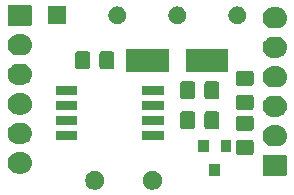
<source format=gbr>
G04 #@! TF.GenerationSoftware,KiCad,Pcbnew,(5.0.2-5)-5*
G04 #@! TF.CreationDate,2019-06-28T16:40:31+03:00*
G04 #@! TF.ProjectId,bike_motor_shim,62696b65-5f6d-46f7-946f-725f7368696d,rev?*
G04 #@! TF.SameCoordinates,Original*
G04 #@! TF.FileFunction,Soldermask,Top*
G04 #@! TF.FilePolarity,Negative*
%FSLAX46Y46*%
G04 Gerber Fmt 4.6, Leading zero omitted, Abs format (unit mm)*
G04 Created by KiCad (PCBNEW (5.0.2-5)-5) date 2019 June 28, Friday 16:40:31*
%MOMM*%
%LPD*%
G01*
G04 APERTURE LIST*
%ADD10C,0.100000*%
G04 APERTURE END LIST*
D10*
G36*
X151163643Y-125594781D02*
X151309415Y-125655162D01*
X151440611Y-125742824D01*
X151552176Y-125854389D01*
X151639838Y-125985585D01*
X151700219Y-126131357D01*
X151731000Y-126286107D01*
X151731000Y-126443893D01*
X151700219Y-126598643D01*
X151639838Y-126744415D01*
X151552176Y-126875611D01*
X151440611Y-126987176D01*
X151309415Y-127074838D01*
X151163643Y-127135219D01*
X151008893Y-127166000D01*
X150851107Y-127166000D01*
X150696357Y-127135219D01*
X150550585Y-127074838D01*
X150419389Y-126987176D01*
X150307824Y-126875611D01*
X150220162Y-126744415D01*
X150159781Y-126598643D01*
X150129000Y-126443893D01*
X150129000Y-126286107D01*
X150159781Y-126131357D01*
X150220162Y-125985585D01*
X150307824Y-125854389D01*
X150419389Y-125742824D01*
X150550585Y-125655162D01*
X150696357Y-125594781D01*
X150851107Y-125564000D01*
X151008893Y-125564000D01*
X151163643Y-125594781D01*
X151163643Y-125594781D01*
G37*
G36*
X146283643Y-125594781D02*
X146429415Y-125655162D01*
X146560611Y-125742824D01*
X146672176Y-125854389D01*
X146759838Y-125985585D01*
X146820219Y-126131357D01*
X146851000Y-126286107D01*
X146851000Y-126443893D01*
X146820219Y-126598643D01*
X146759838Y-126744415D01*
X146672176Y-126875611D01*
X146560611Y-126987176D01*
X146429415Y-127074838D01*
X146283643Y-127135219D01*
X146128893Y-127166000D01*
X145971107Y-127166000D01*
X145816357Y-127135219D01*
X145670585Y-127074838D01*
X145539389Y-126987176D01*
X145427824Y-126875611D01*
X145340162Y-126744415D01*
X145279781Y-126598643D01*
X145249000Y-126443893D01*
X145249000Y-126286107D01*
X145279781Y-126131357D01*
X145340162Y-125985585D01*
X145427824Y-125854389D01*
X145539389Y-125742824D01*
X145670585Y-125655162D01*
X145816357Y-125594781D01*
X145971107Y-125564000D01*
X146128893Y-125564000D01*
X146283643Y-125594781D01*
X146283643Y-125594781D01*
G37*
G36*
X162173600Y-124197989D02*
X162206649Y-124208014D01*
X162237106Y-124224294D01*
X162263799Y-124246201D01*
X162285706Y-124272894D01*
X162301986Y-124303351D01*
X162312011Y-124336400D01*
X162316000Y-124376904D01*
X162316000Y-125813096D01*
X162312011Y-125853600D01*
X162301986Y-125886649D01*
X162285706Y-125917106D01*
X162263799Y-125943799D01*
X162237106Y-125965706D01*
X162206649Y-125981986D01*
X162173600Y-125992011D01*
X162133096Y-125996000D01*
X160446904Y-125996000D01*
X160406400Y-125992011D01*
X160373351Y-125981986D01*
X160342894Y-125965706D01*
X160316201Y-125943799D01*
X160294294Y-125917106D01*
X160278014Y-125886649D01*
X160267989Y-125853600D01*
X160264000Y-125813096D01*
X160264000Y-124376904D01*
X160267989Y-124336400D01*
X160278014Y-124303351D01*
X160294294Y-124272894D01*
X160316201Y-124246201D01*
X160342894Y-124224294D01*
X160373351Y-124208014D01*
X160406400Y-124197989D01*
X160446904Y-124194000D01*
X162133096Y-124194000D01*
X162173600Y-124197989D01*
X162173600Y-124197989D01*
G37*
G36*
X156661000Y-125961000D02*
X155759000Y-125961000D01*
X155759000Y-124959000D01*
X156661000Y-124959000D01*
X156661000Y-125961000D01*
X156661000Y-125961000D01*
G37*
G36*
X139935443Y-124000519D02*
X140001627Y-124007037D01*
X140103642Y-124037983D01*
X140171467Y-124058557D01*
X140279126Y-124116103D01*
X140327991Y-124142222D01*
X140333262Y-124146548D01*
X140465186Y-124254814D01*
X140532141Y-124336400D01*
X140577778Y-124392009D01*
X140577779Y-124392011D01*
X140661443Y-124548533D01*
X140661443Y-124548534D01*
X140712963Y-124718373D01*
X140730359Y-124895000D01*
X140712963Y-125071627D01*
X140678616Y-125184853D01*
X140661443Y-125241467D01*
X140587348Y-125380087D01*
X140577778Y-125397991D01*
X140548448Y-125433729D01*
X140465186Y-125535186D01*
X140363729Y-125618448D01*
X140327991Y-125647778D01*
X140327989Y-125647779D01*
X140171467Y-125731443D01*
X140133948Y-125742824D01*
X140001627Y-125782963D01*
X139935442Y-125789482D01*
X139869260Y-125796000D01*
X139530740Y-125796000D01*
X139464558Y-125789482D01*
X139398373Y-125782963D01*
X139266052Y-125742824D01*
X139228533Y-125731443D01*
X139072011Y-125647779D01*
X139072009Y-125647778D01*
X139036271Y-125618448D01*
X138934814Y-125535186D01*
X138851552Y-125433729D01*
X138822222Y-125397991D01*
X138812652Y-125380087D01*
X138738557Y-125241467D01*
X138721384Y-125184853D01*
X138687037Y-125071627D01*
X138669641Y-124895000D01*
X138687037Y-124718373D01*
X138738557Y-124548534D01*
X138738557Y-124548533D01*
X138822221Y-124392011D01*
X138822222Y-124392009D01*
X138867859Y-124336400D01*
X138934814Y-124254814D01*
X139066738Y-124146548D01*
X139072009Y-124142222D01*
X139120874Y-124116103D01*
X139228533Y-124058557D01*
X139296358Y-124037983D01*
X139398373Y-124007037D01*
X139464557Y-124000519D01*
X139530740Y-123994000D01*
X139869260Y-123994000D01*
X139935443Y-124000519D01*
X139935443Y-124000519D01*
G37*
G36*
X159338677Y-122958465D02*
X159376364Y-122969898D01*
X159411103Y-122988466D01*
X159441548Y-123013452D01*
X159466534Y-123043897D01*
X159485102Y-123078636D01*
X159496535Y-123116323D01*
X159501000Y-123161661D01*
X159501000Y-123998339D01*
X159496535Y-124043677D01*
X159485102Y-124081364D01*
X159466534Y-124116103D01*
X159441548Y-124146548D01*
X159411103Y-124171534D01*
X159376364Y-124190102D01*
X159338677Y-124201535D01*
X159293339Y-124206000D01*
X158206661Y-124206000D01*
X158161323Y-124201535D01*
X158123636Y-124190102D01*
X158088897Y-124171534D01*
X158058452Y-124146548D01*
X158033466Y-124116103D01*
X158014898Y-124081364D01*
X158003465Y-124043677D01*
X157999000Y-123998339D01*
X157999000Y-123161661D01*
X158003465Y-123116323D01*
X158014898Y-123078636D01*
X158033466Y-123043897D01*
X158058452Y-123013452D01*
X158088897Y-122988466D01*
X158123636Y-122969898D01*
X158161323Y-122958465D01*
X158206661Y-122954000D01*
X159293339Y-122954000D01*
X159338677Y-122958465D01*
X159338677Y-122958465D01*
G37*
G36*
X157611000Y-123961000D02*
X156709000Y-123961000D01*
X156709000Y-122959000D01*
X157611000Y-122959000D01*
X157611000Y-123961000D01*
X157611000Y-123961000D01*
G37*
G36*
X155711000Y-123961000D02*
X154809000Y-123961000D01*
X154809000Y-122959000D01*
X155711000Y-122959000D01*
X155711000Y-123961000D01*
X155711000Y-123961000D01*
G37*
G36*
X161525442Y-121700518D02*
X161591627Y-121707037D01*
X161704853Y-121741384D01*
X161761467Y-121758557D01*
X161870664Y-121816925D01*
X161917991Y-121842222D01*
X161949381Y-121867983D01*
X162055186Y-121954814D01*
X162132098Y-122048533D01*
X162167778Y-122092009D01*
X162167779Y-122092011D01*
X162251443Y-122248533D01*
X162251443Y-122248534D01*
X162302963Y-122418373D01*
X162320359Y-122595000D01*
X162302963Y-122771627D01*
X162268616Y-122884853D01*
X162251443Y-122941467D01*
X162202133Y-123033718D01*
X162167778Y-123097991D01*
X162152733Y-123116323D01*
X162055186Y-123235186D01*
X161953729Y-123318448D01*
X161917991Y-123347778D01*
X161917989Y-123347779D01*
X161761467Y-123431443D01*
X161704853Y-123448616D01*
X161591627Y-123482963D01*
X161525442Y-123489482D01*
X161459260Y-123496000D01*
X161120740Y-123496000D01*
X161054558Y-123489482D01*
X160988373Y-123482963D01*
X160875147Y-123448616D01*
X160818533Y-123431443D01*
X160662011Y-123347779D01*
X160662009Y-123347778D01*
X160626271Y-123318448D01*
X160524814Y-123235186D01*
X160427267Y-123116323D01*
X160412222Y-123097991D01*
X160377867Y-123033718D01*
X160328557Y-122941467D01*
X160311384Y-122884853D01*
X160277037Y-122771627D01*
X160259641Y-122595000D01*
X160277037Y-122418373D01*
X160328557Y-122248534D01*
X160328557Y-122248533D01*
X160412221Y-122092011D01*
X160412222Y-122092009D01*
X160447902Y-122048533D01*
X160524814Y-121954814D01*
X160630619Y-121867983D01*
X160662009Y-121842222D01*
X160709336Y-121816925D01*
X160818533Y-121758557D01*
X160875147Y-121741384D01*
X160988373Y-121707037D01*
X161054558Y-121700518D01*
X161120740Y-121694000D01*
X161459260Y-121694000D01*
X161525442Y-121700518D01*
X161525442Y-121700518D01*
G37*
G36*
X139935443Y-121500519D02*
X140001627Y-121507037D01*
X140114853Y-121541384D01*
X140171467Y-121558557D01*
X140310087Y-121632652D01*
X140327991Y-121642222D01*
X140350872Y-121661000D01*
X140465186Y-121754814D01*
X140536918Y-121842221D01*
X140577778Y-121892009D01*
X140577779Y-121892011D01*
X140661443Y-122048533D01*
X140669860Y-122076282D01*
X140712963Y-122218373D01*
X140730359Y-122395000D01*
X140712963Y-122571627D01*
X140678616Y-122684853D01*
X140661443Y-122741467D01*
X140587348Y-122880087D01*
X140577778Y-122897991D01*
X140550688Y-122931000D01*
X140465186Y-123035186D01*
X140366319Y-123116323D01*
X140327991Y-123147778D01*
X140327989Y-123147779D01*
X140171467Y-123231443D01*
X140114853Y-123248616D01*
X140001627Y-123282963D01*
X139935443Y-123289481D01*
X139869260Y-123296000D01*
X139530740Y-123296000D01*
X139464557Y-123289481D01*
X139398373Y-123282963D01*
X139285147Y-123248616D01*
X139228533Y-123231443D01*
X139072011Y-123147779D01*
X139072009Y-123147778D01*
X139033681Y-123116323D01*
X138934814Y-123035186D01*
X138849312Y-122931000D01*
X138822222Y-122897991D01*
X138812652Y-122880087D01*
X138738557Y-122741467D01*
X138721384Y-122684853D01*
X138687037Y-122571627D01*
X138669641Y-122395000D01*
X138687037Y-122218373D01*
X138730140Y-122076282D01*
X138738557Y-122048533D01*
X138822221Y-121892011D01*
X138822222Y-121892009D01*
X138863082Y-121842221D01*
X138934814Y-121754814D01*
X139049128Y-121661000D01*
X139072009Y-121642222D01*
X139089913Y-121632652D01*
X139228533Y-121558557D01*
X139285147Y-121541384D01*
X139398373Y-121507037D01*
X139464557Y-121500519D01*
X139530740Y-121494000D01*
X139869260Y-121494000D01*
X139935443Y-121500519D01*
X139935443Y-121500519D01*
G37*
G36*
X151871000Y-122931000D02*
X150069000Y-122931000D01*
X150069000Y-122179000D01*
X151871000Y-122179000D01*
X151871000Y-122931000D01*
X151871000Y-122931000D01*
G37*
G36*
X144571000Y-122931000D02*
X142769000Y-122931000D01*
X142769000Y-122179000D01*
X144571000Y-122179000D01*
X144571000Y-122931000D01*
X144571000Y-122931000D01*
G37*
G36*
X159338677Y-120908465D02*
X159376364Y-120919898D01*
X159411103Y-120938466D01*
X159441548Y-120963452D01*
X159466534Y-120993897D01*
X159485102Y-121028636D01*
X159496535Y-121066323D01*
X159501000Y-121111661D01*
X159501000Y-121948339D01*
X159496535Y-121993677D01*
X159485102Y-122031364D01*
X159466534Y-122066103D01*
X159441548Y-122096548D01*
X159411103Y-122121534D01*
X159376364Y-122140102D01*
X159338677Y-122151535D01*
X159293339Y-122156000D01*
X158206661Y-122156000D01*
X158161323Y-122151535D01*
X158123636Y-122140102D01*
X158088897Y-122121534D01*
X158058452Y-122096548D01*
X158033466Y-122066103D01*
X158014898Y-122031364D01*
X158003465Y-121993677D01*
X157999000Y-121948339D01*
X157999000Y-121111661D01*
X158003465Y-121066323D01*
X158014898Y-121028636D01*
X158033466Y-120993897D01*
X158058452Y-120963452D01*
X158088897Y-120938466D01*
X158123636Y-120919898D01*
X158161323Y-120908465D01*
X158206661Y-120904000D01*
X159293339Y-120904000D01*
X159338677Y-120908465D01*
X159338677Y-120908465D01*
G37*
G36*
X156428677Y-120538465D02*
X156466364Y-120549898D01*
X156501103Y-120568466D01*
X156531548Y-120593452D01*
X156556534Y-120623897D01*
X156575102Y-120658636D01*
X156586535Y-120696323D01*
X156591000Y-120741661D01*
X156591000Y-121828339D01*
X156586535Y-121873677D01*
X156575102Y-121911364D01*
X156556534Y-121946103D01*
X156531548Y-121976548D01*
X156501103Y-122001534D01*
X156466364Y-122020102D01*
X156428677Y-122031535D01*
X156383339Y-122036000D01*
X155546661Y-122036000D01*
X155501323Y-122031535D01*
X155463636Y-122020102D01*
X155428897Y-122001534D01*
X155398452Y-121976548D01*
X155373466Y-121946103D01*
X155354898Y-121911364D01*
X155343465Y-121873677D01*
X155339000Y-121828339D01*
X155339000Y-120741661D01*
X155343465Y-120696323D01*
X155354898Y-120658636D01*
X155373466Y-120623897D01*
X155398452Y-120593452D01*
X155428897Y-120568466D01*
X155463636Y-120549898D01*
X155501323Y-120538465D01*
X155546661Y-120534000D01*
X156383339Y-120534000D01*
X156428677Y-120538465D01*
X156428677Y-120538465D01*
G37*
G36*
X154378677Y-120538465D02*
X154416364Y-120549898D01*
X154451103Y-120568466D01*
X154481548Y-120593452D01*
X154506534Y-120623897D01*
X154525102Y-120658636D01*
X154536535Y-120696323D01*
X154541000Y-120741661D01*
X154541000Y-121828339D01*
X154536535Y-121873677D01*
X154525102Y-121911364D01*
X154506534Y-121946103D01*
X154481548Y-121976548D01*
X154451103Y-122001534D01*
X154416364Y-122020102D01*
X154378677Y-122031535D01*
X154333339Y-122036000D01*
X153496661Y-122036000D01*
X153451323Y-122031535D01*
X153413636Y-122020102D01*
X153378897Y-122001534D01*
X153348452Y-121976548D01*
X153323466Y-121946103D01*
X153304898Y-121911364D01*
X153293465Y-121873677D01*
X153289000Y-121828339D01*
X153289000Y-120741661D01*
X153293465Y-120696323D01*
X153304898Y-120658636D01*
X153323466Y-120623897D01*
X153348452Y-120593452D01*
X153378897Y-120568466D01*
X153413636Y-120549898D01*
X153451323Y-120538465D01*
X153496661Y-120534000D01*
X154333339Y-120534000D01*
X154378677Y-120538465D01*
X154378677Y-120538465D01*
G37*
G36*
X151871000Y-121661000D02*
X150069000Y-121661000D01*
X150069000Y-120909000D01*
X151871000Y-120909000D01*
X151871000Y-121661000D01*
X151871000Y-121661000D01*
G37*
G36*
X144571000Y-121661000D02*
X142769000Y-121661000D01*
X142769000Y-120909000D01*
X144571000Y-120909000D01*
X144571000Y-121661000D01*
X144571000Y-121661000D01*
G37*
G36*
X161525443Y-119200519D02*
X161591627Y-119207037D01*
X161704853Y-119241384D01*
X161761467Y-119258557D01*
X161861482Y-119312017D01*
X161917991Y-119342222D01*
X161929492Y-119351661D01*
X162055186Y-119454814D01*
X162132098Y-119548533D01*
X162167778Y-119592009D01*
X162167779Y-119592011D01*
X162251443Y-119748533D01*
X162251443Y-119748534D01*
X162302963Y-119918373D01*
X162320359Y-120095000D01*
X162302963Y-120271627D01*
X162289417Y-120316282D01*
X162251443Y-120441467D01*
X162190908Y-120554718D01*
X162167778Y-120597991D01*
X162154871Y-120613718D01*
X162055186Y-120735186D01*
X161953729Y-120818448D01*
X161917991Y-120847778D01*
X161917989Y-120847779D01*
X161761467Y-120931443D01*
X161704853Y-120948616D01*
X161591627Y-120982963D01*
X161525442Y-120989482D01*
X161459260Y-120996000D01*
X161120740Y-120996000D01*
X161054558Y-120989482D01*
X160988373Y-120982963D01*
X160875147Y-120948616D01*
X160818533Y-120931443D01*
X160662011Y-120847779D01*
X160662009Y-120847778D01*
X160626271Y-120818448D01*
X160524814Y-120735186D01*
X160425129Y-120613718D01*
X160412222Y-120597991D01*
X160389092Y-120554718D01*
X160328557Y-120441467D01*
X160290583Y-120316282D01*
X160277037Y-120271627D01*
X160259641Y-120095000D01*
X160277037Y-119918373D01*
X160328557Y-119748534D01*
X160328557Y-119748533D01*
X160412221Y-119592011D01*
X160412222Y-119592009D01*
X160447902Y-119548533D01*
X160524814Y-119454814D01*
X160650508Y-119351661D01*
X160662009Y-119342222D01*
X160718518Y-119312017D01*
X160818533Y-119258557D01*
X160875147Y-119241384D01*
X160988373Y-119207037D01*
X161054557Y-119200519D01*
X161120740Y-119194000D01*
X161459260Y-119194000D01*
X161525443Y-119200519D01*
X161525443Y-119200519D01*
G37*
G36*
X139935443Y-119000519D02*
X140001627Y-119007037D01*
X140114853Y-119041384D01*
X140171467Y-119058557D01*
X140288288Y-119121000D01*
X140327991Y-119142222D01*
X140336530Y-119149230D01*
X140465186Y-119254814D01*
X140525233Y-119327983D01*
X140577778Y-119392009D01*
X140577779Y-119392011D01*
X140661443Y-119548533D01*
X140661443Y-119548534D01*
X140712963Y-119718373D01*
X140730359Y-119895000D01*
X140712963Y-120071627D01*
X140697128Y-120123827D01*
X140661443Y-120241467D01*
X140626894Y-120306103D01*
X140577778Y-120397991D01*
X140548448Y-120433729D01*
X140465186Y-120535186D01*
X140369493Y-120613718D01*
X140327991Y-120647778D01*
X140327989Y-120647779D01*
X140171467Y-120731443D01*
X140137782Y-120741661D01*
X140001627Y-120782963D01*
X139935443Y-120789481D01*
X139869260Y-120796000D01*
X139530740Y-120796000D01*
X139464557Y-120789481D01*
X139398373Y-120782963D01*
X139262218Y-120741661D01*
X139228533Y-120731443D01*
X139072011Y-120647779D01*
X139072009Y-120647778D01*
X139030507Y-120613718D01*
X138934814Y-120535186D01*
X138851552Y-120433729D01*
X138822222Y-120397991D01*
X138773106Y-120306103D01*
X138738557Y-120241467D01*
X138702872Y-120123827D01*
X138687037Y-120071627D01*
X138669641Y-119895000D01*
X138687037Y-119718373D01*
X138738557Y-119548534D01*
X138738557Y-119548533D01*
X138822221Y-119392011D01*
X138822222Y-119392009D01*
X138874767Y-119327983D01*
X138934814Y-119254814D01*
X139063470Y-119149230D01*
X139072009Y-119142222D01*
X139111712Y-119121000D01*
X139228533Y-119058557D01*
X139285147Y-119041384D01*
X139398373Y-119007037D01*
X139464557Y-119000519D01*
X139530740Y-118994000D01*
X139869260Y-118994000D01*
X139935443Y-119000519D01*
X139935443Y-119000519D01*
G37*
G36*
X159338677Y-119148465D02*
X159376364Y-119159898D01*
X159411103Y-119178466D01*
X159441548Y-119203452D01*
X159466534Y-119233897D01*
X159485102Y-119268636D01*
X159496535Y-119306323D01*
X159501000Y-119351661D01*
X159501000Y-120188339D01*
X159496535Y-120233677D01*
X159485102Y-120271364D01*
X159466534Y-120306103D01*
X159441548Y-120336548D01*
X159411103Y-120361534D01*
X159376364Y-120380102D01*
X159338677Y-120391535D01*
X159293339Y-120396000D01*
X158206661Y-120396000D01*
X158161323Y-120391535D01*
X158123636Y-120380102D01*
X158088897Y-120361534D01*
X158058452Y-120336548D01*
X158033466Y-120306103D01*
X158014898Y-120271364D01*
X158003465Y-120233677D01*
X157999000Y-120188339D01*
X157999000Y-119351661D01*
X158003465Y-119306323D01*
X158014898Y-119268636D01*
X158033466Y-119233897D01*
X158058452Y-119203452D01*
X158088897Y-119178466D01*
X158123636Y-119159898D01*
X158161323Y-119148465D01*
X158206661Y-119144000D01*
X159293339Y-119144000D01*
X159338677Y-119148465D01*
X159338677Y-119148465D01*
G37*
G36*
X144571000Y-120391000D02*
X142769000Y-120391000D01*
X142769000Y-119639000D01*
X144571000Y-119639000D01*
X144571000Y-120391000D01*
X144571000Y-120391000D01*
G37*
G36*
X151871000Y-120391000D02*
X150069000Y-120391000D01*
X150069000Y-119639000D01*
X151871000Y-119639000D01*
X151871000Y-120391000D01*
X151871000Y-120391000D01*
G37*
G36*
X154378677Y-117998465D02*
X154416364Y-118009898D01*
X154451103Y-118028466D01*
X154481548Y-118053452D01*
X154506534Y-118083897D01*
X154525102Y-118118636D01*
X154536535Y-118156323D01*
X154541000Y-118201661D01*
X154541000Y-119288339D01*
X154536535Y-119333677D01*
X154525102Y-119371364D01*
X154506534Y-119406103D01*
X154481548Y-119436548D01*
X154451103Y-119461534D01*
X154416364Y-119480102D01*
X154378677Y-119491535D01*
X154333339Y-119496000D01*
X153496661Y-119496000D01*
X153451323Y-119491535D01*
X153413636Y-119480102D01*
X153378897Y-119461534D01*
X153348452Y-119436548D01*
X153323466Y-119406103D01*
X153304898Y-119371364D01*
X153293465Y-119333677D01*
X153289000Y-119288339D01*
X153289000Y-118201661D01*
X153293465Y-118156323D01*
X153304898Y-118118636D01*
X153323466Y-118083897D01*
X153348452Y-118053452D01*
X153378897Y-118028466D01*
X153413636Y-118009898D01*
X153451323Y-117998465D01*
X153496661Y-117994000D01*
X154333339Y-117994000D01*
X154378677Y-117998465D01*
X154378677Y-117998465D01*
G37*
G36*
X156428677Y-117998465D02*
X156466364Y-118009898D01*
X156501103Y-118028466D01*
X156531548Y-118053452D01*
X156556534Y-118083897D01*
X156575102Y-118118636D01*
X156586535Y-118156323D01*
X156591000Y-118201661D01*
X156591000Y-119288339D01*
X156586535Y-119333677D01*
X156575102Y-119371364D01*
X156556534Y-119406103D01*
X156531548Y-119436548D01*
X156501103Y-119461534D01*
X156466364Y-119480102D01*
X156428677Y-119491535D01*
X156383339Y-119496000D01*
X155546661Y-119496000D01*
X155501323Y-119491535D01*
X155463636Y-119480102D01*
X155428897Y-119461534D01*
X155398452Y-119436548D01*
X155373466Y-119406103D01*
X155354898Y-119371364D01*
X155343465Y-119333677D01*
X155339000Y-119288339D01*
X155339000Y-118201661D01*
X155343465Y-118156323D01*
X155354898Y-118118636D01*
X155373466Y-118083897D01*
X155398452Y-118053452D01*
X155428897Y-118028466D01*
X155463636Y-118009898D01*
X155501323Y-117998465D01*
X155546661Y-117994000D01*
X156383339Y-117994000D01*
X156428677Y-117998465D01*
X156428677Y-117998465D01*
G37*
G36*
X144571000Y-119121000D02*
X142769000Y-119121000D01*
X142769000Y-118369000D01*
X144571000Y-118369000D01*
X144571000Y-119121000D01*
X144571000Y-119121000D01*
G37*
G36*
X151871000Y-119121000D02*
X150069000Y-119121000D01*
X150069000Y-118369000D01*
X151871000Y-118369000D01*
X151871000Y-119121000D01*
X151871000Y-119121000D01*
G37*
G36*
X161525442Y-116700518D02*
X161591627Y-116707037D01*
X161704853Y-116741384D01*
X161761467Y-116758557D01*
X161897677Y-116831364D01*
X161917991Y-116842222D01*
X161947090Y-116866103D01*
X162055186Y-116954814D01*
X162132098Y-117048533D01*
X162167778Y-117092009D01*
X162167779Y-117092011D01*
X162251443Y-117248533D01*
X162251443Y-117248534D01*
X162302963Y-117418373D01*
X162320359Y-117595000D01*
X162302963Y-117771627D01*
X162268616Y-117884853D01*
X162251443Y-117941467D01*
X162214865Y-118009898D01*
X162167778Y-118097991D01*
X162153850Y-118114962D01*
X162055186Y-118235186D01*
X161976049Y-118300131D01*
X161917991Y-118347778D01*
X161917989Y-118347779D01*
X161761467Y-118431443D01*
X161704853Y-118448616D01*
X161591627Y-118482963D01*
X161525442Y-118489482D01*
X161459260Y-118496000D01*
X161120740Y-118496000D01*
X161054558Y-118489482D01*
X160988373Y-118482963D01*
X160875147Y-118448616D01*
X160818533Y-118431443D01*
X160662011Y-118347779D01*
X160662009Y-118347778D01*
X160603951Y-118300131D01*
X160524814Y-118235186D01*
X160426150Y-118114962D01*
X160412222Y-118097991D01*
X160365135Y-118009898D01*
X160328557Y-117941467D01*
X160311384Y-117884853D01*
X160277037Y-117771627D01*
X160259641Y-117595000D01*
X160277037Y-117418373D01*
X160328557Y-117248534D01*
X160328557Y-117248533D01*
X160412221Y-117092011D01*
X160412222Y-117092009D01*
X160447902Y-117048533D01*
X160524814Y-116954814D01*
X160632910Y-116866103D01*
X160662009Y-116842222D01*
X160682323Y-116831364D01*
X160818533Y-116758557D01*
X160875147Y-116741384D01*
X160988373Y-116707037D01*
X161054558Y-116700518D01*
X161120740Y-116694000D01*
X161459260Y-116694000D01*
X161525442Y-116700518D01*
X161525442Y-116700518D01*
G37*
G36*
X159338677Y-117098465D02*
X159376364Y-117109898D01*
X159411103Y-117128466D01*
X159441548Y-117153452D01*
X159466534Y-117183897D01*
X159485102Y-117218636D01*
X159496535Y-117256323D01*
X159501000Y-117301661D01*
X159501000Y-118138339D01*
X159496535Y-118183677D01*
X159485102Y-118221364D01*
X159466534Y-118256103D01*
X159441548Y-118286548D01*
X159411103Y-118311534D01*
X159376364Y-118330102D01*
X159338677Y-118341535D01*
X159293339Y-118346000D01*
X158206661Y-118346000D01*
X158161323Y-118341535D01*
X158123636Y-118330102D01*
X158088897Y-118311534D01*
X158058452Y-118286548D01*
X158033466Y-118256103D01*
X158014898Y-118221364D01*
X158003465Y-118183677D01*
X157999000Y-118138339D01*
X157999000Y-117301661D01*
X158003465Y-117256323D01*
X158014898Y-117218636D01*
X158033466Y-117183897D01*
X158058452Y-117153452D01*
X158088897Y-117128466D01*
X158123636Y-117109898D01*
X158161323Y-117098465D01*
X158206661Y-117094000D01*
X159293339Y-117094000D01*
X159338677Y-117098465D01*
X159338677Y-117098465D01*
G37*
G36*
X139935442Y-116500518D02*
X140001627Y-116507037D01*
X140114853Y-116541384D01*
X140171467Y-116558557D01*
X140310087Y-116632652D01*
X140327991Y-116642222D01*
X140363729Y-116671552D01*
X140465186Y-116754814D01*
X140528008Y-116831364D01*
X140577778Y-116892009D01*
X140577779Y-116892011D01*
X140661443Y-117048533D01*
X140661443Y-117048534D01*
X140712963Y-117218373D01*
X140730359Y-117395000D01*
X140712963Y-117571627D01*
X140678616Y-117684853D01*
X140661443Y-117741467D01*
X140587348Y-117880087D01*
X140577778Y-117897991D01*
X140548448Y-117933729D01*
X140465186Y-118035186D01*
X140367977Y-118114962D01*
X140327991Y-118147778D01*
X140327989Y-118147779D01*
X140171467Y-118231443D01*
X140114853Y-118248616D01*
X140001627Y-118282963D01*
X139935443Y-118289481D01*
X139869260Y-118296000D01*
X139530740Y-118296000D01*
X139464557Y-118289481D01*
X139398373Y-118282963D01*
X139285147Y-118248616D01*
X139228533Y-118231443D01*
X139072011Y-118147779D01*
X139072009Y-118147778D01*
X139032023Y-118114962D01*
X138934814Y-118035186D01*
X138851552Y-117933729D01*
X138822222Y-117897991D01*
X138812652Y-117880087D01*
X138738557Y-117741467D01*
X138721384Y-117684853D01*
X138687037Y-117571627D01*
X138669641Y-117395000D01*
X138687037Y-117218373D01*
X138738557Y-117048534D01*
X138738557Y-117048533D01*
X138822221Y-116892011D01*
X138822222Y-116892009D01*
X138871992Y-116831364D01*
X138934814Y-116754814D01*
X139036271Y-116671552D01*
X139072009Y-116642222D01*
X139089913Y-116632652D01*
X139228533Y-116558557D01*
X139285147Y-116541384D01*
X139398373Y-116507037D01*
X139464558Y-116500518D01*
X139530740Y-116494000D01*
X139869260Y-116494000D01*
X139935442Y-116500518D01*
X139935442Y-116500518D01*
G37*
G36*
X157336000Y-117156000D02*
X153734000Y-117156000D01*
X153734000Y-115254000D01*
X157336000Y-115254000D01*
X157336000Y-117156000D01*
X157336000Y-117156000D01*
G37*
G36*
X152336000Y-117156000D02*
X148734000Y-117156000D01*
X148734000Y-115254000D01*
X152336000Y-115254000D01*
X152336000Y-117156000D01*
X152336000Y-117156000D01*
G37*
G36*
X145488677Y-115458465D02*
X145526364Y-115469898D01*
X145561103Y-115488466D01*
X145591548Y-115513452D01*
X145616534Y-115543897D01*
X145635102Y-115578636D01*
X145646535Y-115616323D01*
X145651000Y-115661661D01*
X145651000Y-116748339D01*
X145646535Y-116793677D01*
X145635102Y-116831364D01*
X145616534Y-116866103D01*
X145591548Y-116896548D01*
X145561103Y-116921534D01*
X145526364Y-116940102D01*
X145488677Y-116951535D01*
X145443339Y-116956000D01*
X144606661Y-116956000D01*
X144561323Y-116951535D01*
X144523636Y-116940102D01*
X144488897Y-116921534D01*
X144458452Y-116896548D01*
X144433466Y-116866103D01*
X144414898Y-116831364D01*
X144403465Y-116793677D01*
X144399000Y-116748339D01*
X144399000Y-115661661D01*
X144403465Y-115616323D01*
X144414898Y-115578636D01*
X144433466Y-115543897D01*
X144458452Y-115513452D01*
X144488897Y-115488466D01*
X144523636Y-115469898D01*
X144561323Y-115458465D01*
X144606661Y-115454000D01*
X145443339Y-115454000D01*
X145488677Y-115458465D01*
X145488677Y-115458465D01*
G37*
G36*
X147538677Y-115458465D02*
X147576364Y-115469898D01*
X147611103Y-115488466D01*
X147641548Y-115513452D01*
X147666534Y-115543897D01*
X147685102Y-115578636D01*
X147696535Y-115616323D01*
X147701000Y-115661661D01*
X147701000Y-116748339D01*
X147696535Y-116793677D01*
X147685102Y-116831364D01*
X147666534Y-116866103D01*
X147641548Y-116896548D01*
X147611103Y-116921534D01*
X147576364Y-116940102D01*
X147538677Y-116951535D01*
X147493339Y-116956000D01*
X146656661Y-116956000D01*
X146611323Y-116951535D01*
X146573636Y-116940102D01*
X146538897Y-116921534D01*
X146508452Y-116896548D01*
X146483466Y-116866103D01*
X146464898Y-116831364D01*
X146453465Y-116793677D01*
X146449000Y-116748339D01*
X146449000Y-115661661D01*
X146453465Y-115616323D01*
X146464898Y-115578636D01*
X146483466Y-115543897D01*
X146508452Y-115513452D01*
X146538897Y-115488466D01*
X146573636Y-115469898D01*
X146611323Y-115458465D01*
X146656661Y-115454000D01*
X147493339Y-115454000D01*
X147538677Y-115458465D01*
X147538677Y-115458465D01*
G37*
G36*
X161525442Y-114200518D02*
X161591627Y-114207037D01*
X161704853Y-114241384D01*
X161761467Y-114258557D01*
X161900087Y-114332652D01*
X161917991Y-114342222D01*
X161953729Y-114371552D01*
X162055186Y-114454814D01*
X162132098Y-114548533D01*
X162167778Y-114592009D01*
X162167779Y-114592011D01*
X162251443Y-114748533D01*
X162251443Y-114748534D01*
X162302963Y-114918373D01*
X162320359Y-115095000D01*
X162302963Y-115271627D01*
X162268616Y-115384853D01*
X162251443Y-115441467D01*
X162202133Y-115533718D01*
X162167778Y-115597991D01*
X162152733Y-115616323D01*
X162055186Y-115735186D01*
X161953729Y-115818448D01*
X161917991Y-115847778D01*
X161917989Y-115847779D01*
X161761467Y-115931443D01*
X161704853Y-115948616D01*
X161591627Y-115982963D01*
X161525442Y-115989482D01*
X161459260Y-115996000D01*
X161120740Y-115996000D01*
X161054558Y-115989482D01*
X160988373Y-115982963D01*
X160875147Y-115948616D01*
X160818533Y-115931443D01*
X160662011Y-115847779D01*
X160662009Y-115847778D01*
X160626271Y-115818448D01*
X160524814Y-115735186D01*
X160427267Y-115616323D01*
X160412222Y-115597991D01*
X160377867Y-115533718D01*
X160328557Y-115441467D01*
X160311384Y-115384853D01*
X160277037Y-115271627D01*
X160259641Y-115095000D01*
X160277037Y-114918373D01*
X160328557Y-114748534D01*
X160328557Y-114748533D01*
X160412221Y-114592011D01*
X160412222Y-114592009D01*
X160447902Y-114548533D01*
X160524814Y-114454814D01*
X160626271Y-114371552D01*
X160662009Y-114342222D01*
X160679913Y-114332652D01*
X160818533Y-114258557D01*
X160875147Y-114241384D01*
X160988373Y-114207037D01*
X161054558Y-114200518D01*
X161120740Y-114194000D01*
X161459260Y-114194000D01*
X161525442Y-114200518D01*
X161525442Y-114200518D01*
G37*
G36*
X139935443Y-114000519D02*
X140001627Y-114007037D01*
X140114853Y-114041384D01*
X140171467Y-114058557D01*
X140310087Y-114132652D01*
X140327991Y-114142222D01*
X140363729Y-114171552D01*
X140465186Y-114254814D01*
X140536918Y-114342221D01*
X140577778Y-114392009D01*
X140577779Y-114392011D01*
X140661443Y-114548533D01*
X140661443Y-114548534D01*
X140712963Y-114718373D01*
X140730359Y-114895000D01*
X140712963Y-115071627D01*
X140678616Y-115184853D01*
X140661443Y-115241467D01*
X140587348Y-115380087D01*
X140577778Y-115397991D01*
X140548448Y-115433729D01*
X140465186Y-115535186D01*
X140366319Y-115616323D01*
X140327991Y-115647778D01*
X140327989Y-115647779D01*
X140171467Y-115731443D01*
X140114853Y-115748616D01*
X140001627Y-115782963D01*
X139935442Y-115789482D01*
X139869260Y-115796000D01*
X139530740Y-115796000D01*
X139464558Y-115789482D01*
X139398373Y-115782963D01*
X139285147Y-115748616D01*
X139228533Y-115731443D01*
X139072011Y-115647779D01*
X139072009Y-115647778D01*
X139033681Y-115616323D01*
X138934814Y-115535186D01*
X138851552Y-115433729D01*
X138822222Y-115397991D01*
X138812652Y-115380087D01*
X138738557Y-115241467D01*
X138721384Y-115184853D01*
X138687037Y-115071627D01*
X138669641Y-114895000D01*
X138687037Y-114718373D01*
X138738557Y-114548534D01*
X138738557Y-114548533D01*
X138822221Y-114392011D01*
X138822222Y-114392009D01*
X138863082Y-114342221D01*
X138934814Y-114254814D01*
X139036271Y-114171552D01*
X139072009Y-114142222D01*
X139089913Y-114132652D01*
X139228533Y-114058557D01*
X139285147Y-114041384D01*
X139398373Y-114007037D01*
X139464557Y-114000519D01*
X139530740Y-113994000D01*
X139869260Y-113994000D01*
X139935443Y-114000519D01*
X139935443Y-114000519D01*
G37*
G36*
X161525443Y-111700519D02*
X161591627Y-111707037D01*
X161704853Y-111741384D01*
X161761467Y-111758557D01*
X161860814Y-111811660D01*
X161917991Y-111842222D01*
X161953729Y-111871552D01*
X162055186Y-111954814D01*
X162138448Y-112056271D01*
X162167778Y-112092009D01*
X162167779Y-112092011D01*
X162251443Y-112248533D01*
X162251443Y-112248534D01*
X162302963Y-112418373D01*
X162320359Y-112595000D01*
X162302963Y-112771627D01*
X162271989Y-112873735D01*
X162251443Y-112941467D01*
X162203586Y-113031000D01*
X162167778Y-113097991D01*
X162139530Y-113132411D01*
X162055186Y-113235186D01*
X161953729Y-113318448D01*
X161917991Y-113347778D01*
X161917989Y-113347779D01*
X161761467Y-113431443D01*
X161704853Y-113448616D01*
X161591627Y-113482963D01*
X161525443Y-113489481D01*
X161459260Y-113496000D01*
X161120740Y-113496000D01*
X161054557Y-113489481D01*
X160988373Y-113482963D01*
X160875147Y-113448616D01*
X160818533Y-113431443D01*
X160662011Y-113347779D01*
X160662009Y-113347778D01*
X160626271Y-113318448D01*
X160524814Y-113235186D01*
X160440470Y-113132411D01*
X160412222Y-113097991D01*
X160376414Y-113031000D01*
X160328557Y-112941467D01*
X160308011Y-112873735D01*
X160277037Y-112771627D01*
X160259641Y-112595000D01*
X160277037Y-112418373D01*
X160328557Y-112248534D01*
X160328557Y-112248533D01*
X160412221Y-112092011D01*
X160412222Y-112092009D01*
X160441552Y-112056271D01*
X160524814Y-111954814D01*
X160626271Y-111871552D01*
X160662009Y-111842222D01*
X160719186Y-111811660D01*
X160818533Y-111758557D01*
X160875147Y-111741384D01*
X160988373Y-111707037D01*
X161054557Y-111700519D01*
X161120740Y-111694000D01*
X161459260Y-111694000D01*
X161525443Y-111700519D01*
X161525443Y-111700519D01*
G37*
G36*
X140583600Y-111497989D02*
X140616649Y-111508014D01*
X140647106Y-111524294D01*
X140673799Y-111546201D01*
X140695706Y-111572894D01*
X140711986Y-111603351D01*
X140722011Y-111636400D01*
X140726000Y-111676904D01*
X140726000Y-113113096D01*
X140722011Y-113153600D01*
X140711986Y-113186649D01*
X140695706Y-113217106D01*
X140673799Y-113243799D01*
X140647106Y-113265706D01*
X140616649Y-113281986D01*
X140583600Y-113292011D01*
X140543096Y-113296000D01*
X138856904Y-113296000D01*
X138816400Y-113292011D01*
X138783351Y-113281986D01*
X138752894Y-113265706D01*
X138726201Y-113243799D01*
X138704294Y-113217106D01*
X138688014Y-113186649D01*
X138677989Y-113153600D01*
X138674000Y-113113096D01*
X138674000Y-111676904D01*
X138677989Y-111636400D01*
X138688014Y-111603351D01*
X138704294Y-111572894D01*
X138726201Y-111546201D01*
X138752894Y-111524294D01*
X138783351Y-111508014D01*
X138816400Y-111497989D01*
X138856904Y-111494000D01*
X140543096Y-111494000D01*
X140583600Y-111497989D01*
X140583600Y-111497989D01*
G37*
G36*
X158247004Y-111655544D02*
X158334059Y-111672860D01*
X158470732Y-111729472D01*
X158592079Y-111810554D01*
X158593738Y-111811662D01*
X158698338Y-111916262D01*
X158698340Y-111916265D01*
X158780528Y-112039268D01*
X158837140Y-112175941D01*
X158866000Y-112321033D01*
X158866000Y-112468967D01*
X158837140Y-112614059D01*
X158780528Y-112750732D01*
X158766566Y-112771627D01*
X158698338Y-112873738D01*
X158593738Y-112978338D01*
X158593735Y-112978340D01*
X158470732Y-113060528D01*
X158334059Y-113117140D01*
X158257285Y-113132411D01*
X158188969Y-113146000D01*
X158041031Y-113146000D01*
X157972715Y-113132411D01*
X157895941Y-113117140D01*
X157759268Y-113060528D01*
X157636265Y-112978340D01*
X157636262Y-112978338D01*
X157531662Y-112873738D01*
X157463434Y-112771627D01*
X157449472Y-112750732D01*
X157392860Y-112614059D01*
X157364000Y-112468967D01*
X157364000Y-112321033D01*
X157392860Y-112175941D01*
X157449472Y-112039268D01*
X157531660Y-111916265D01*
X157531662Y-111916262D01*
X157636262Y-111811662D01*
X157637921Y-111810554D01*
X157759268Y-111729472D01*
X157895941Y-111672860D01*
X157982996Y-111655544D01*
X158041031Y-111644000D01*
X158188969Y-111644000D01*
X158247004Y-111655544D01*
X158247004Y-111655544D01*
G37*
G36*
X153167004Y-111655544D02*
X153254059Y-111672860D01*
X153390732Y-111729472D01*
X153512079Y-111810554D01*
X153513738Y-111811662D01*
X153618338Y-111916262D01*
X153618340Y-111916265D01*
X153700528Y-112039268D01*
X153757140Y-112175941D01*
X153786000Y-112321033D01*
X153786000Y-112468967D01*
X153757140Y-112614059D01*
X153700528Y-112750732D01*
X153686566Y-112771627D01*
X153618338Y-112873738D01*
X153513738Y-112978338D01*
X153513735Y-112978340D01*
X153390732Y-113060528D01*
X153254059Y-113117140D01*
X153177285Y-113132411D01*
X153108969Y-113146000D01*
X152961031Y-113146000D01*
X152892715Y-113132411D01*
X152815941Y-113117140D01*
X152679268Y-113060528D01*
X152556265Y-112978340D01*
X152556262Y-112978338D01*
X152451662Y-112873738D01*
X152383434Y-112771627D01*
X152369472Y-112750732D01*
X152312860Y-112614059D01*
X152284000Y-112468967D01*
X152284000Y-112321033D01*
X152312860Y-112175941D01*
X152369472Y-112039268D01*
X152451660Y-111916265D01*
X152451662Y-111916262D01*
X152556262Y-111811662D01*
X152557921Y-111810554D01*
X152679268Y-111729472D01*
X152815941Y-111672860D01*
X152902996Y-111655544D01*
X152961031Y-111644000D01*
X153108969Y-111644000D01*
X153167004Y-111655544D01*
X153167004Y-111655544D01*
G37*
G36*
X148087004Y-111655544D02*
X148174059Y-111672860D01*
X148310732Y-111729472D01*
X148432079Y-111810554D01*
X148433738Y-111811662D01*
X148538338Y-111916262D01*
X148538340Y-111916265D01*
X148620528Y-112039268D01*
X148677140Y-112175941D01*
X148706000Y-112321033D01*
X148706000Y-112468967D01*
X148677140Y-112614059D01*
X148620528Y-112750732D01*
X148606566Y-112771627D01*
X148538338Y-112873738D01*
X148433738Y-112978338D01*
X148433735Y-112978340D01*
X148310732Y-113060528D01*
X148174059Y-113117140D01*
X148097285Y-113132411D01*
X148028969Y-113146000D01*
X147881031Y-113146000D01*
X147812715Y-113132411D01*
X147735941Y-113117140D01*
X147599268Y-113060528D01*
X147476265Y-112978340D01*
X147476262Y-112978338D01*
X147371662Y-112873738D01*
X147303434Y-112771627D01*
X147289472Y-112750732D01*
X147232860Y-112614059D01*
X147204000Y-112468967D01*
X147204000Y-112321033D01*
X147232860Y-112175941D01*
X147289472Y-112039268D01*
X147371660Y-111916265D01*
X147371662Y-111916262D01*
X147476262Y-111811662D01*
X147477921Y-111810554D01*
X147599268Y-111729472D01*
X147735941Y-111672860D01*
X147822996Y-111655544D01*
X147881031Y-111644000D01*
X148028969Y-111644000D01*
X148087004Y-111655544D01*
X148087004Y-111655544D01*
G37*
G36*
X143626000Y-113146000D02*
X142124000Y-113146000D01*
X142124000Y-111644000D01*
X143626000Y-111644000D01*
X143626000Y-113146000D01*
X143626000Y-113146000D01*
G37*
M02*

</source>
